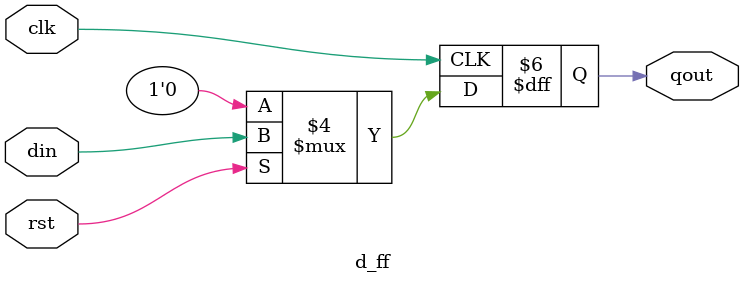
<source format=v>
`timescale 1ns / 1ps


module d_ff(
input rst,
input clk,
input din,
output reg qout
    );
    
    
always @ (posedge clk)
if(!rst)
    qout <= 0;
else
    qout <= din;        
endmodule

</source>
